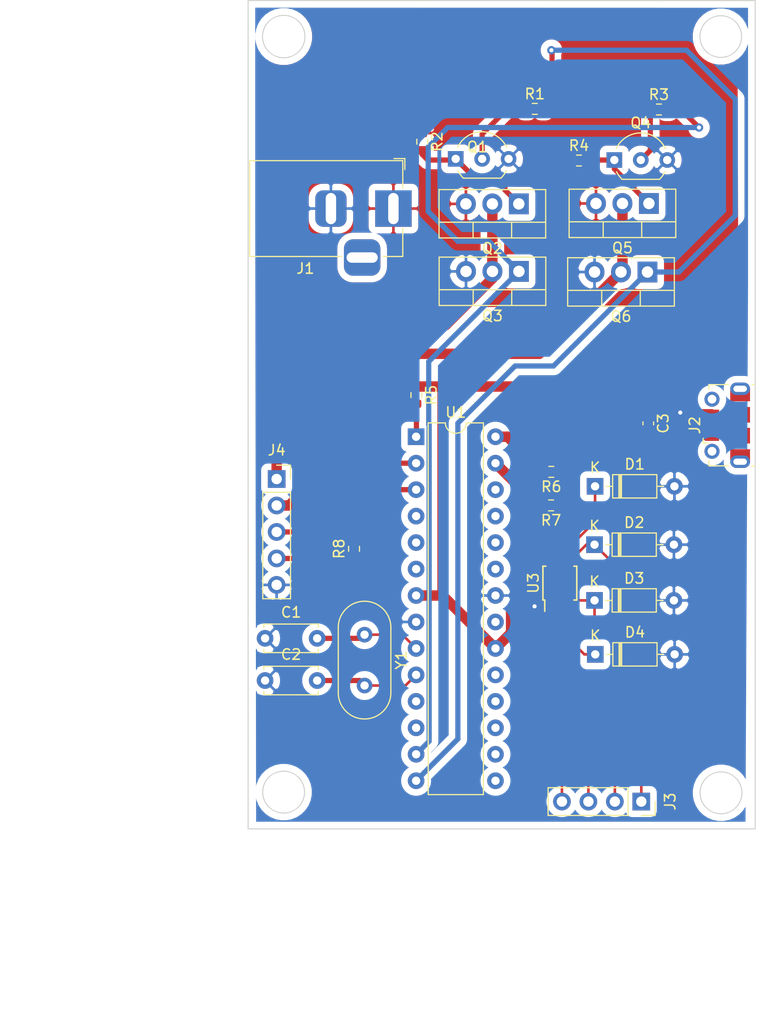
<source format=kicad_pcb>
(kicad_pcb (version 20221018) (generator pcbnew)
  (layers (0 "F.Cu" signal) (31 "B.Cu" signal) (34 "B.Paste" user) (35 "F.Paste" user) (36 "B.SilkS" user "B.Silkscreen") (37 "F.SilkS" user "F.Silkscreen") (38 "B.Mask" user) (39 "F.Mask" user) (44 "Edge.Cuts" user))
  (net 0 "")
  (net 1 "Net-(C1-Pad2)")
  (net 2 "Net-(C2-Pad2)")
  (net 3 "Net-(J2-Pad6)")
  (net 4 "Net-(Q1-Pad1)")
  (net 5 "Net-(Q1-Pad2)")
  (net 6 "Net-(Q4-Pad1)")
  (net 7 "Net-(Q4-Pad2)")
  (net 8 "Net-(R5-Pad2)")
  (net 9 "Net-(R6-Pad2)")
  (net 10 "Net-(R7-Pad2)")
  (net 11 "GND")
  (net 12 "VDD")
  (net 13 "AIN3")
  (net 14 "AIN2")
  (net 15 "AIN1")
  (net 16 "AIN0")
  (net 17 "VPP")
  (net 18 "TX")
  (net 19 "SP")
  (net 20 "SN")
  (net 21 "LOGIC2")
  (net 22 "LOGIC1")
  (net 23 "RX")
  (net 24 "Net-(J4-Pad4)")
  (footprint "Capacitor_THT:C_Disc_D5.0mm_W2.5mm_P5.00mm" (layer "F.Cu") (at 61.66 75.77)
    (fp_text reference "C1" (at 2.5 -2.5) (layer "F.SilkS"))
    (fp_text value "22uF")
    (fp_line (start -0.12 -1.37) (end -0.12 -1.055) (stroke (width 0.12)) (layer "F.SilkS"))
    (fp_line (start -0.12 -1.37) (end 5.12 -1.37) (stroke (width 0.12)) (layer "F.SilkS"))
    (fp_line (start -0.12 1.055) (end -0.12 1.37) (stroke (width 0.12)) (layer "F.SilkS"))
    (fp_line (start -0.12 1.37) (end 5.12 1.37) (stroke (width 0.12)) (layer "F.SilkS"))
    (fp_line (start 5.12 -1.37) (end 5.12 -1.055) (stroke (width 0.12)) (layer "F.SilkS"))
    (fp_line (start 5.12 1.055) (end 5.12 1.37) (stroke (width 0.12)) (layer "F.SilkS"))
    (pad "1" thru_hole circle (at 0 0) (size 1.6 1.6) (drill 0.8) (layers "*.Cu" "*.Mask") (net 11 "GND"))
    (pad "2" thru_hole circle (at 5 0) (size 1.6 1.6) (drill 0.8) (layers "*.Cu" "*.Mask") (net 1 "Net-(C1-Pad2)"))
  )
  (footprint "Capacitor_THT:C_Disc_D5.0mm_W2.5mm_P5.00mm" (layer "F.Cu") (at 61.66 79.82)
    (fp_text reference "C2" (at 2.5 -2.5) (layer "F.SilkS"))
    (fp_text value "22uF")
    (fp_line (start -0.12 -1.37) (end -0.12 -1.055) (stroke (width 0.12)) (layer "F.SilkS"))
    (fp_line (start -0.12 -1.37) (end 5.12 -1.37) (stroke (width 0.12)) (layer "F.SilkS"))
    (fp_line (start -0.12 1.055) (end -0.12 1.37) (stroke (width 0.12)) (layer "F.SilkS"))
    (fp_line (start -0.12 1.37) (end 5.12 1.37) (stroke (width 0.12)) (layer "F.SilkS"))
    (fp_line (start 5.12 -1.37) (end 5.12 -1.055) (stroke (width 0.12)) (layer "F.SilkS"))
    (fp_line (start 5.12 1.055) (end 5.12 1.37) (stroke (width 0.12)) (layer "F.SilkS"))
    (pad "1" thru_hole circle (at 0 0) (size 1.6 1.6) (drill 0.8) (layers "*.Cu" "*.Mask") (net 11 "GND"))
    (pad "2" thru_hole circle (at 5 0) (size 1.6 1.6) (drill 0.8) (layers "*.Cu" "*.Mask") (net 2 "Net-(C2-Pad2)"))
  )
  (footprint "Diode_THT:D_DO-35_SOD27_P7.62mm_Horizontal" (layer "F.Cu") (at 93.34 61.18)
    (fp_text reference "D1" (at 3.81 -2.12) (layer "F.SilkS"))
    (fp_text value "D_Zener")
    (fp_text user "K" (at 0 -1.8) (layer "F.SilkS"))
    (fp_line (start 1.04 0) (end 1.69 0) (stroke (width 0.12)) (layer "F.SilkS"))
    (fp_line (start 1.69 -1.12) (end 1.69 1.12) (stroke (width 0.12)) (layer "F.SilkS"))
    (fp_line (start 1.69 1.12) (end 5.93 1.12) (stroke (width 0.12)) (layer "F.SilkS"))
    (fp_line (start 2.29 -1.12) (end 2.29 1.12) (stroke (width 0.12)) (layer "F.SilkS"))
    (fp_line (start 2.41 -1.12) (end 2.41 1.12) (stroke (width 0.12)) (layer "F.SilkS"))
    (fp_line (start 2.53 -1.12) (end 2.53 1.12) (stroke (width 0.12)) (layer "F.SilkS"))
    (fp_line (start 5.93 -1.12) (end 1.69 -1.12) (stroke (width 0.12)) (layer "F.SilkS"))
    (fp_line (start 5.93 1.12) (end 5.93 -1.12) (stroke (width 0.12)) (layer "F.SilkS"))
    (fp_line (start 6.58 0) (end 5.93 0) (stroke (width 0.12)) (layer "F.SilkS"))
    (pad "1" thru_hole rect (at 0 0) (size 1.6 1.6) (drill 0.8) (layers "*.Cu" "*.Mask") (net 13 "AIN3"))
    (pad "2" thru_hole oval (at 7.62 0) (size 1.6 1.6) (drill 0.8) (layers "*.Cu" "*.Mask") (net 11 "GND"))
  )
  (footprint "Diode_THT:D_DO-35_SOD27_P7.62mm_Horizontal" (layer "F.Cu") (at 93.29 66.78)
    (fp_text reference "D2" (at 3.81 -2.12) (layer "F.SilkS"))
    (fp_text value "D_Zener")
    (fp_text user "K" (at 0 -1.8) (layer "F.SilkS"))
    (fp_line (start 1.04 0) (end 1.69 0) (stroke (width 0.12)) (layer "F.SilkS"))
    (fp_line (start 1.69 -1.12) (end 1.69 1.12) (stroke (width 0.12)) (layer "F.SilkS"))
    (fp_line (start 1.69 1.12) (end 5.93 1.12) (stroke (width 0.12)) (layer "F.SilkS"))
    (fp_line (start 2.29 -1.12) (end 2.29 1.12) (stroke (width 0.12)) (layer "F.SilkS"))
    (fp_line (start 2.41 -1.12) (end 2.41 1.12) (stroke (width 0.12)) (layer "F.SilkS"))
    (fp_line (start 2.53 -1.12) (end 2.53 1.12) (stroke (width 0.12)) (layer "F.SilkS"))
    (fp_line (start 5.93 -1.12) (end 1.69 -1.12) (stroke (width 0.12)) (layer "F.SilkS"))
    (fp_line (start 5.93 1.12) (end 5.93 -1.12) (stroke (width 0.12)) (layer "F.SilkS"))
    (fp_line (start 6.58 0) (end 5.93 0) (stroke (width 0.12)) (layer "F.SilkS"))
    (pad "1" thru_hole rect (at 0 0) (size 1.6 1.6) (drill 0.8) (layers "*.Cu" "*.Mask") (net 14 "AIN2"))
    (pad "2" thru_hole oval (at 7.62 0) (size 1.6 1.6) (drill 0.8) (layers "*.Cu" "*.Mask") (net 11 "GND"))
  )
  (footprint "Diode_THT:D_DO-35_SOD27_P7.62mm_Horizontal" (layer "F.Cu") (at 93.29 72.13)
    (fp_text reference "D3" (at 3.81 -2.12) (layer "F.SilkS"))
    (fp_text value "D_Zener")
    (fp_text user "K" (at 0 -1.8) (layer "F.SilkS"))
    (fp_line (start 1.04 0) (end 1.69 0) (stroke (width 0.12)) (layer "F.SilkS"))
    (fp_line (start 1.69 -1.12) (end 1.69 1.12) (stroke (width 0.12)) (layer "F.SilkS"))
    (fp_line (start 1.69 1.12) (end 5.93 1.12) (stroke (width 0.12)) (layer "F.SilkS"))
    (fp_line (start 2.29 -1.12) (end 2.29 1.12) (stroke (width 0.12)) (layer "F.SilkS"))
    (fp_line (start 2.41 -1.12) (end 2.41 1.12) (stroke (width 0.12)) (layer "F.SilkS"))
    (fp_line (start 2.53 -1.12) (end 2.53 1.12) (stroke (width 0.12)) (layer "F.SilkS"))
    (fp_line (start 5.93 -1.12) (end 1.69 -1.12) (stroke (width 0.12)) (layer "F.SilkS"))
    (fp_line (start 5.93 1.12) (end 5.93 -1.12) (stroke (width 0.12)) (layer "F.SilkS"))
    (fp_line (start 6.58 0) (end 5.93 0) (stroke (width 0.12)) (layer "F.SilkS"))
    (pad "1" thru_hole rect (at 0 0) (size 1.6 1.6) (drill 0.8) (layers "*.Cu" "*.Mask") (net 15 "AIN1"))
    (pad "2" thru_hole oval (at 7.62 0) (size 1.6 1.6) (drill 0.8) (layers "*.Cu" "*.Mask") (net 11 "GND"))
  )
  (footprint "Diode_THT:D_DO-35_SOD27_P7.62mm_Horizontal" (layer "F.Cu") (at 93.36 77.31)
    (fp_text reference "D4" (at 3.81 -2.12) (layer "F.SilkS"))
    (fp_text value "D_Zener")
    (fp_text user "K" (at 0 -1.8) (layer "F.SilkS"))
    (fp_line (start 1.04 0) (end 1.69 0) (stroke (width 0.12)) (layer "F.SilkS"))
    (fp_line (start 1.69 -1.12) (end 1.69 1.12) (stroke (width 0.12)) (layer "F.SilkS"))
    (fp_line (start 1.69 1.12) (end 5.93 1.12) (stroke (width 0.12)) (layer "F.SilkS"))
    (fp_line (start 2.29 -1.12) (end 2.29 1.12) (stroke (width 0.12)) (layer "F.SilkS"))
    (fp_line (start 2.41 -1.12) (end 2.41 1.12) (stroke (width 0.12)) (layer "F.SilkS"))
    (fp_line (start 2.53 -1.12) (end 2.53 1.12) (stroke (width 0.12)) (layer "F.SilkS"))
    (fp_line (start 5.93 -1.12) (end 1.69 -1.12) (stroke (width 0.12)) (layer "F.SilkS"))
    (fp_line (start 5.93 1.12) (end 5.93 -1.12) (stroke (width 0.12)) (layer "F.SilkS"))
    (fp_line (start 6.58 0) (end 5.93 0) (stroke (width 0.12)) (layer "F.SilkS"))
    (pad "1" thru_hole rect (at 0 0) (size 1.6 1.6) (drill 0.8) (layers "*.Cu" "*.Mask") (net 16 "AIN0"))
    (pad "2" thru_hole oval (at 7.62 0) (size 1.6 1.6) (drill 0.8) (layers "*.Cu" "*.Mask") (net 11 "GND"))
  )
  (footprint "Connector_BarrelJack:BarrelJack_Horizontal" (layer "F.Cu") (at 73.98 34.52)
    (fp_text reference "J1" (at -8.45 5.75) (layer "F.SilkS"))
    (fp_text value "Barrel_Jack")
    (fp_line (start -13.8 -4.6) (end 0.9 -4.6) (stroke (width 0.12)) (layer "F.SilkS"))
    (fp_line (start -13.8 4.6) (end -13.8 -4.6) (stroke (width 0.12)) (layer "F.SilkS"))
    (fp_line (start -5 4.6) (end -13.8 4.6) (stroke (width 0.12)) (layer "F.SilkS"))
    (fp_line (start 0.05 -4.8) (end 1.1 -4.8) (stroke (width 0.12)) (layer "F.SilkS"))
    (fp_line (start 0.9 -4.6) (end 0.9 -2) (stroke (width 0.12)) (layer "F.SilkS"))
    (fp_line (start 0.9 1.9) (end 0.9 4.6) (stroke (width 0.12)) (layer "F.SilkS"))
    (fp_line (start 0.9 4.6) (end -1 4.6) (stroke (width 0.12)) (layer "F.SilkS"))
    (fp_line (start 1.1 -3.75) (end 1.1 -4.8) (stroke (width 0.12)) (layer "F.SilkS"))
    (pad "1" thru_hole rect (at 0 0) (size 3.5 3.5) (drill oval 1 3) (layers "*.Cu" "*.Mask") (net 17 "VPP"))
    (pad "2" thru_hole roundrect (at -6 0) (size 3 3.5) (drill oval 1 3) (layers "*.Cu" "*.Mask") (net 11 "GND"))
    (pad "3" thru_hole roundrect (at -3 4.7) (size 3.5 3.5) (drill oval 3 1) (layers "*.Cu" "*.Mask"))
  )
  (footprint "Connector_USB:USB_Micro-B_Molex-105017-0001" (layer "F.Cu") (at 106.03 55.3175 90)
    (fp_text reference "J2" (at 0 -3.1125 90) (layer "F.SilkS"))
    (fp_text value "USB_B_Micro")
    (fp_line (start -3.9 -1.7625) (end -3.45 -1.7625) (stroke (width 0.12)) (layer "F.SilkS"))
    (fp_line (start -3.9 0.0875) (end -3.9 -1.7625) (stroke (width 0.12)) (layer "F.SilkS"))
    (fp_line (start -3.9 2.6375) (end -3.9 2.3875) (stroke (width 0.12)) (layer "F.SilkS"))
    (fp_line (start -1.7 -2.3125) (end -1.7 -1.8625) (stroke (width 0.12)) (layer "F.SilkS"))
    (fp_line (start -1.7 -2.3125) (end -1.25 -2.3125) (stroke (width 0.12)) (layer "F.SilkS"))
    (fp_line (start 3.9 -1.7625) (end 3.45 -1.7625) (stroke (width 0.12)) (layer "F.SilkS"))
    (fp_line (start 3.9 0.0875) (end 3.9 -1.7625) (stroke (width 0.12)) (layer "F.SilkS"))
    (fp_line (start 3.9 2.6375) (end 3.9 2.3875) (stroke (width 0.12)) (layer "F.SilkS"))
    (pad "1" smd rect (at -1.3 -1.4625 90) (size 0.4 1.35) (layers "F.Cu" "F.Paste" "F.Mask") (net 12 "VDD"))
    (pad "2" smd rect (at -0.65 -1.4625 90) (size 0.4 1.35) (layers "F.Cu" "F.Paste" "F.Mask"))
    (pad "3" smd rect (at 0 -1.4625 90) (size 0.4 1.35) (layers "F.Cu" "F.Paste" "F.Mask"))
    (pad "4" smd rect (at 0.65 -1.4625 90) (size 0.4 1.35) (layers "F.Cu" "F.Paste" "F.Mask"))
    (pad "5" smd rect (at 1.3 -1.4625 90) (size 0.4 1.35) (layers "F.Cu" "F.Paste" "F.Mask") (net 11 "GND"))
    (pad "6" thru_hole oval (at -3.5 1.2375 270) (size 1.2 1.9) (drill oval 0.6 1.3) (layers "*.Cu" "*.Mask") (net 3 "Net-(J2-Pad6)"))
    (pad "6" smd rect (at -2.9 1.2375 90) (size 1.2 1.9) (layers "F.Cu" "F.Mask") (net 3 "Net-(J2-Pad6)"))
    (pad "6" thru_hole circle (at -2.5 -1.4625 90) (size 1.45 1.45) (drill 0.85) (layers "*.Cu" "*.Mask") (net 3 "Net-(J2-Pad6)"))
    (pad "6" smd rect (at -1 1.2375 90) (size 1.5 1.9) (layers "F.Cu" "F.Paste" "F.Mask") (net 3 "Net-(J2-Pad6)"))
    (pad "6" smd rect (at 1 1.2375 90) (size 1.5 1.9) (layers "F.Cu" "F.Paste" "F.Mask") (net 3 "Net-(J2-Pad6)"))
    (pad "6" thru_hole circle (at 2.5 -1.4625 90) (size 1.45 1.45) (drill 0.85) (layers "*.Cu" "*.Mask") (net 3 "Net-(J2-Pad6)"))
    (pad "6" smd rect (at 2.9 1.2375 90) (size 1.2 1.9) (layers "F.Cu" "F.Mask") (net 3 "Net-(J2-Pad6)"))
    (pad "6" thru_hole oval (at 3.5 1.2375 90) (size 1.2 1.9) (drill oval 0.6 1.3) (layers "*.Cu" "*.Mask") (net 3 "Net-(J2-Pad6)"))
  )
  (footprint "Package_TO_SOT_THT:TO-92_Inline_Wide" (layer "F.Cu") (at 79.96 29.75)
    (fp_text reference "Q1" (at 2.08 -1.14) (layer "F.SilkS"))
    (fp_text value "BC549")
    (fp_line (start 0.74 1.85) (end 4.34 1.85) (stroke (width 0.12)) (layer "F.SilkS"))
    (fp_arc (start 0.1836 -1.098807) (mid 1.143021 -2.192817) (end 2.54 -2.6) (stroke (width 0.12)) (layer "F.SilkS"))
    (fp_arc (start 0.74 1.85) (mid 0.446097 1.509328) (end 0.215816 1.122795) (stroke (width 0.12)) (layer "F.SilkS"))
    (fp_arc (start 2.54 -2.6) (mid 3.936979 -2.192818) (end 4.8964 -1.098807) (stroke (width 0.12)) (layer "F.SilkS"))
    (fp_arc (start 4.864184 1.122795) (mid 4.633903 1.509328) (end 4.34 1.85) (stroke (width 0.12)) (layer "F.SilkS"))
    (pad "1" thru_hole rect (at 0 0) (size 1.5 1.5) (drill 0.8) (layers "*.Cu" "*.Mask") (net 4 "Net-(Q1-Pad1)"))
    (pad "2" thru_hole circle (at 2.54 0) (size 1.5 1.5) (drill 0.8) (layers "*.Cu" "*.Mask") (net 5 "Net-(Q1-Pad2)"))
    (pad "3" thru_hole circle (at 5.08 0) (size 1.5 1.5) (drill 0.8) (layers "*.Cu" "*.Mask") (net 11 "GND"))
  )
  (footprint "Package_TO_SOT_THT:TO-220-3_Vertical" (layer "F.Cu") (at 86.02 34.07 180)
    (fp_text reference "Q2" (at 2.54 -4.27) (layer "F.SilkS"))
    (fp_text value "IRF9540N")
    (fp_line (start -2.58 -3.27) (end -2.58 1.371) (stroke (width 0.12)) (layer "F.SilkS"))
    (fp_line (start -2.58 -3.27) (end 7.66 -3.27) (stroke (width 0.12)) (layer "F.SilkS"))
    (fp_line (start -2.58 -1.76) (end 7.66 -1.76) (stroke (width 0.12)) (layer "F.SilkS"))
    (fp_line (start -2.58 1.371) (end 7.66 1.371) (stroke (width 0.12)) (layer "F.SilkS"))
    (fp_line (start 0.69 -3.27) (end 0.69 -1.76) (stroke (width 0.12)) (layer "F.SilkS"))
    (fp_line (start 4.391 -3.27) (end 4.391 -1.76) (stroke (width 0.12)) (layer "F.SilkS"))
    (fp_line (start 7.66 -3.27) (end 7.66 1.371) (stroke (width 0.12)) (layer "F.SilkS"))
    (pad "1" thru_hole rect (at 0 0 180) (size 1.905 2) (drill 1.1) (layers "*.Cu" "*.Mask") (net 4 "Net-(Q1-Pad1)"))
    (pad "2" thru_hole oval (at 2.54 0 180) (size 1.905 2) (drill 1.1) (layers "*.Cu" "*.Mask") (net 19 "SP"))
    (pad "3" thru_hole oval (at 5.08 0 180) (size 1.905 2) (drill 1.1) (layers "*.Cu" "*.Mask") (net 17 "VPP"))
  )
  (footprint "Package_TO_SOT_THT:TO-220-3_Vertical" (layer "F.Cu") (at 86.03 40.55 180)
    (fp_text reference "Q3" (at 2.54 -4.27) (layer "F.SilkS"))
    (fp_text value "IRF540N")
    (fp_line (start -2.58 -3.27) (end -2.58 1.371) (stroke (width 0.12)) (layer "F.SilkS"))
    (fp_line (start -2.58 -3.27) (end 7.66 -3.27) (stroke (width 0.12)) (layer "F.SilkS"))
    (fp_line (start -2.58 -1.76) (end 7.66 -1.76) (stroke (width 0.12)) (layer "F.SilkS"))
    (fp_line (start -2.58 1.371) (end 7.66 1.371) (stroke (width 0.12)) (layer "F.SilkS"))
    (fp_line (start 0.69 -3.27) (end 0.69 -1.76) (stroke (width 0.12)) (layer "F.SilkS"))
    (fp_line (start 4.391 -3.27) (end 4.391 -1.76) (stroke (width 0.12)) (layer "F.SilkS"))
    (fp_line (start 7.66 -3.27) (end 7.66 1.371) (stroke (width 0.12)) (layer "F.SilkS"))
    (pad "1" thru_hole rect (at 0 0 180) (size 1.905 2) (drill 1.1) (layers "*.Cu" "*.Mask") (net 21 "LOGIC2"))
    (pad "2" thru_hole oval (at 2.54 0 180) (size 1.905 2) (drill 1.1) (layers "*.Cu" "*.Mask") (net 19 "SP"))
    (pad "3" thru_hole oval (at 5.08 0 180) (size 1.905 2) (drill 1.1) (layers "*.Cu" "*.Mask") (net 11 "GND"))
  )
  (footprint "Package_TO_SOT_THT:TO-92_Inline_Wide" (layer "F.Cu") (at 95.19 29.86)
    (fp_text reference "Q4" (at 2.54 -3.56) (layer "F.SilkS"))
    (fp_text value "BC549")
    (fp_line (start 0.74 1.85) (end 4.34 1.85) (stroke (width 0.12)) (layer "F.SilkS"))
    (fp_arc (start 0.1836 -1.098807) (mid 1.143021 -2.192817) (end 2.54 -2.6) (stroke (width 0.12)) (layer "F.SilkS"))
    (fp_arc (start 0.74 1.85) (mid 0.446097 1.509328) (end 0.215816 1.122795) (stroke (width 0.12)) (layer "F.SilkS"))
    (fp_arc (start 2.54 -2.6) (mid 3.936979 -2.192818) (end 4.8964 -1.098807) (stroke (width 0.12)) (layer "F.SilkS"))
    (fp_arc (start 4.864184 1.122795) (mid 4.633903 1.509328) (end 4.34 1.85) (stroke (width 0.12)) (layer "F.SilkS"))
    (pad "1" thru_hole rect (at 0 0) (size 1.5 1.5) (drill 0.8) (layers "*.Cu" "*.Mask") (net 6 "Net-(Q4-Pad1)"))
    (pad "2" thru_hole circle (at 2.54 0) (size 1.5 1.5) (drill 0.8) (layers "*.Cu" "*.Mask") (net 7 "Net-(Q4-Pad2)"))
    (pad "3" thru_hole circle (at 5.08 0) (size 1.5 1.5) (drill 0.8) (layers "*.Cu" "*.Mask") (net 11 "GND"))
  )
  (footprint "Package_TO_SOT_THT:TO-220-3_Vertical" (layer "F.Cu") (at 98.51 34.03 180)
    (fp_text reference "Q5" (at 2.54 -4.27) (layer "F.SilkS"))
    (fp_text value "IRF9540N")
    (fp_line (start -2.58 -3.27) (end -2.58 1.371) (stroke (width 0.12)) (layer "F.SilkS"))
    (fp_line (start -2.58 -3.27) (end 7.66 -3.27) (stroke (width 0.12)) (layer "F.SilkS"))
    (fp_line (start -2.58 -1.76) (end 7.66 -1.76) (stroke (width 0.12)) (layer "F.SilkS"))
    (fp_line (start -2.58 1.371) (end 7.66 1.371) (stroke (width 0.12)) (layer "F.SilkS"))
    (fp_line (start 0.69 -3.27) (end 0.69 -1.76) (stroke (width 0.12)) (layer "F.SilkS"))
    (fp_line (start 4.391 -3.27) (end 4.391 -1.76) (stroke (width 0.12)) (layer "F.SilkS"))
    (fp_line (start 7.66 -3.27) (end 7.66 1.371) (stroke (width 0.12)) (layer "F.SilkS"))
    (pad "1" thru_hole rect (at 0 0 180) (size 1.905 2) (drill 1.1) (layers "*.Cu" "*.Mask") (net 6 "Net-(Q4-Pad1)"))
    (pad "2" thru_hole oval (at 2.54 0 180) (size 1.905 2) (drill 1.1) (layers "*.Cu" "*.Mask") (net 20 "SN"))
    (pad "3" thru_hole oval (at 5.08 0 180) (size 1.905 2) (drill 1.1) (layers "*.Cu" "*.Mask") (net 17 "VPP"))
  )
  (footprint "Package_TO_SOT_THT:TO-220-3_Vertical" (layer "F.Cu") (at 98.37 40.61 180)
    (fp_text reference "Q6" (at 2.54 -4.27) (layer "F.SilkS"))
    (fp_text value "IRF540N")
    (fp_line (start -2.58 -3.27) (end -2.58 1.371) (stroke (width 0.12)) (layer "F.SilkS"))
    (fp_line (start -2.58 -3.27) (end 7.66 -3.27) (stroke (width 0.12)) (layer "F.SilkS"))
    (fp_line (start -2.58 -1.76) (end 7.66 -1.76) (stroke (width 0.12)) (layer "F.SilkS"))
    (fp_line (start -2.58 1.371) (end 7.66 1.371) (stroke (width 0.12)) (layer "F.SilkS"))
    (fp_line (start 0.69 -3.27) (end 0.69 -1.76) (stroke (width 0.12)) (layer "F.SilkS"))
    (fp_line (start 4.391 -3.27) (end 4.391 -1.76) (stroke (width 0.12)) (layer "F.SilkS"))
    (fp_line (start 7.66 -3.27) (end 7.66 1.371) (stroke (width 0.12)) (layer "F.SilkS"))
    (pad "1" thru_hole rect (at 0 0 180) (size 1.905 2) (drill 1.1) (layers "*.Cu" "*.Mask") (net 22 "LOGIC1"))
    (pad "2" thru_hole oval (at 2.54 0 180) (size 1.905 2) (drill 1.1) (layers "*.Cu" "*.Mask") (net 20 "SN"))
    (pad "3" thru_hole oval (at 5.08 0 180) (size 1.905 2) (drill 1.1) (layers "*.Cu" "*.Mask") (net 11 "GND"))
  )
  (footprint "Resistor_SMD:R_0603_1608Metric" (layer "F.Cu") (at 87.555 24.95)
    (fp_text reference "R1" (at 0 -1.43) (layer "F.SilkS"))
    (fp_text value "1k")
    (fp_line (start -0.237258 -0.5225) (end 0.237258 -0.5225) (stroke (width 0.12)) (layer "F.SilkS"))
    (fp_line (start -0.237258 0.5225) (end 0.237258 0.5225) (stroke (width 0.12)) (layer "F.SilkS"))
    (pad "1" smd roundrect (at -0.825 0) (size 0.8 0.95) (layers "F.Cu" "F.Paste" "F.Mask") (net 5 "Net-(Q1-Pad2)"))
    (pad "2" smd roundrect (at 0.825 0) (size 0.8 0.95) (layers "F.Cu" "F.Paste" "F.Mask") (net 22 "LOGIC1"))
  )
  (footprint "Resistor_SMD:R_0603_1608Metric" (layer "F.Cu") (at 76.75 28.1 -90)
    (fp_text reference "R2" (at 0 -1.43 90) (layer "F.SilkS"))
    (fp_text value "10k")
    (fp_line (start -0.237258 -0.5225) (end 0.237258 -0.5225) (stroke (width 0.12)) (layer "F.SilkS"))
    (fp_line (start -0.237258 0.5225) (end 0.237258 0.5225) (stroke (width 0.12)) (layer "F.SilkS"))
    (pad "1" smd roundrect (at -0.825 0 270) (size 0.8 0.95) (layers "F.Cu" "F.Paste" "F.Mask") (net 17 "VPP"))
    (pad "2" smd roundrect (at 0.825 0 270) (size 0.8 0.95) (layers "F.Cu" "F.Paste" "F.Mask") (net 4 "Net-(Q1-Pad1)"))
  )
  (footprint "Resistor_SMD:R_0603_1608Metric" (layer "F.Cu") (at 99.47 25.01)
    (fp_text reference "R3" (at 0 -1.43) (layer "F.SilkS"))
    (fp_text value "1k")
    (fp_line (start -0.237258 -0.5225) (end 0.237258 -0.5225) (stroke (width 0.12)) (layer "F.SilkS"))
    (fp_line (start -0.237258 0.5225) (end 0.237258 0.5225) (stroke (width 0.12)) (layer "F.SilkS"))
    (pad "1" smd roundrect (at -0.825 0) (size 0.8 0.95) (layers "F.Cu" "F.Paste" "F.Mask") (net 7 "Net-(Q4-Pad2)"))
    (pad "2" smd roundrect (at 0.825 0) (size 0.8 0.95) (layers "F.Cu" "F.Paste" "F.Mask") (net 21 "LOGIC2"))
  )
  (footprint "Resistor_SMD:R_0603_1608Metric" (layer "F.Cu") (at 91.79 29.91)
    (fp_text reference "R4" (at 0 -1.43) (layer "F.SilkS"))
    (fp_text value "10k")
    (fp_line (start -0.237258 -0.5225) (end 0.237258 -0.5225) (stroke (width 0.12)) (layer "F.SilkS"))
    (fp_line (start -0.237258 0.5225) (end 0.237258 0.5225) (stroke (width 0.12)) (layer "F.SilkS"))
    (pad "1" smd roundrect (at -0.825 0) (size 0.8 0.95) (layers "F.Cu" "F.Paste" "F.Mask") (net 17 "VPP"))
    (pad "2" smd roundrect (at 0.825 0) (size 0.8 0.95) (layers "F.Cu" "F.Paste" "F.Mask") (net 6 "Net-(Q4-Pad1)"))
  )
  (footprint "Resistor_SMD:R_0603_1608Metric" (layer "F.Cu") (at 76.19 52.425 -90)
    (fp_text reference "R5" (at 0 -1.43 90) (layer "F.SilkS"))
    (fp_text value "10k")
    (fp_line (start -0.237258 -0.5225) (end 0.237258 -0.5225) (stroke (width 0.12)) (layer "F.SilkS"))
    (fp_line (start -0.237258 0.5225) (end 0.237258 0.5225) (stroke (width 0.12)) (layer "F.SilkS"))
    (pad "1" smd roundrect (at -0.825 0 270) (size 0.8 0.95) (layers "F.Cu" "F.Paste" "F.Mask") (net 12 "VDD"))
    (pad "2" smd roundrect (at 0.825 0 270) (size 0.8 0.95) (layers "F.Cu" "F.Paste" "F.Mask") (net 8 "Net-(R5-Pad2)"))
  )
  (footprint "Resistor_SMD:R_0603_1608Metric" (layer "F.Cu") (at 89.14 59.79 180)
    (fp_text reference "R6" (at 0 -1.43) (layer "F.SilkS"))
    (fp_text value "10k")
    (fp_line (start -0.237258 -0.5225) (end 0.237258 -0.5225) (stroke (width 0.12)) (layer "F.SilkS"))
    (fp_line (start -0.237258 0.5225) (end 0.237258 0.5225) (stroke (width 0.12)) (layer "F.SilkS"))
    (pad "1" smd roundrect (at -0.825 0 180) (size 0.8 0.95) (layers "F.Cu" "F.Paste" "F.Mask") (net 12 "VDD"))
    (pad "2" smd roundrect (at 0.825 0 180) (size 0.8 0.95) (layers "F.Cu" "F.Paste" "F.Mask") (net 9 "Net-(R6-Pad2)"))
  )
  (footprint "Resistor_SMD:R_0603_1608Metric" (layer "F.Cu") (at 89.115 63.01 180)
    (fp_text reference "R7" (at 0 -1.43) (layer "F.SilkS"))
    (fp_text value "10k")
    (fp_line (start -0.237258 -0.5225) (end 0.237258 -0.5225) (stroke (width 0.12)) (layer "F.SilkS"))
    (fp_line (start -0.237258 0.5225) (end 0.237258 0.5225) (stroke (width 0.12)) (layer "F.SilkS"))
    (pad "1" smd roundrect (at -0.825 0 180) (size 0.8 0.95) (layers "F.Cu" "F.Paste" "F.Mask") (net 12 "VDD"))
    (pad "2" smd roundrect (at 0.825 0 180) (size 0.8 0.95) (layers "F.Cu" "F.Paste" "F.Mask") (net 10 "Net-(R7-Pad2)"))
  )
  (footprint "Package_DIP:DIP-28_W7.62mm" (layer "F.Cu") (at 76.16 56.42)
    (fp_text reference "U1" (at 3.81 -2.33) (layer "F.SilkS"))
    (fp_text value "ATmega328-PU")
    (fp_line (start 1.16 -1.33) (end 1.16 34.35) (stroke (width 0.12)) (layer "F.SilkS"))
    (fp_line (start 1.16 34.35) (end 6.46 34.35) (stroke (width 0.12)) (layer "F.SilkS"))
    (fp_line (start 2.81 -1.33) (end 1.16 -1.33) (stroke (width 0.12)) (layer "F.SilkS"))
    (fp_line (start 6.46 -1.33) (end 4.81 -1.33) (stroke (width 0.12)) (layer "F.SilkS"))
    (fp_line (start 6.46 34.35) (end 6.46 -1.33) (stroke (width 0.12)) (layer "F.SilkS"))
    (fp_arc (start 4.81 -1.33) (mid 3.81 -0.33) (end 2.81 -1.33) (stroke (width 0.12)) (layer "F.SilkS"))
    (pad "1" thru_hole rect (at 0 0) (size 1.6 1.6) (drill 0.8) (layers "*.Cu" "*.Mask") (net 8 "Net-(R5-Pad2)"))
    (pad "2" thru_hole oval (at 0 2.54) (size 1.6 1.6) (drill 0.8) (layers "*.Cu" "*.Mask") (net 23 "RX"))
    (pad "3" thru_hole oval (at 0 5.08) (size 1.6 1.6) (drill 0.8) (layers "*.Cu" "*.Mask") (net 18 "TX"))
    (pad "4" thru_hole oval (at 0 7.62) (size 1.6 1.6) (drill 0.8) (layers "*.Cu" "*.Mask"))
    (pad "5" thru_hole oval (at 0 10.16) (size 1.6 1.6) (drill 0.8) (layers "*.Cu" "*.Mask"))
    (pad "6" thru_hole oval (at 0 12.7) (size 1.6 1.6) (drill 0.8) (layers "*.Cu" "*.Mask"))
    (pad "7" thru_hole oval (at 0 15.24) (size 1.6 1.6) (drill 0.8) (layers "*.Cu" "*.Mask") (net 12 "VDD"))
    (pad "8" thru_hole oval (at 0 17.78) (size 1.6 1.6) (drill 0.8) (layers "*.Cu" "*.Mask") (net 11 "GND"))
    (pad "9" thru_hole oval (at 0 20.32) (size 1.6 1.6) (drill 0.8) (layers "*.Cu" "*.Mask") (net 1 "Net-(C1-Pad2)"))
    (pad "10" thru_hole oval (at 0 22.86) (size 1.6 1.6) (drill 0.8) (layers "*.Cu" "*.Mask") (net 2 "Net-(C2-Pad2)"))
    (pad "11" thru_hole oval (at 0 25.4) (size 1.6 1.6) (drill 0.8) (layers "*.Cu" "*.Mask"))
    (pad "12" thru_hole oval (at 0 27.94) (size 1.6 1.6) (drill 0.8) (layers "*.Cu" "*.Mask"))
    (pad "13" thru_hole oval (at 0 30.48) (size 1.6 1.6) (drill 0.8) (layers "*.Cu" "*.Mask") (net 21 "LOGIC2"))
    (pad "14" thru_hole oval (at 0 33.02) (size 1.6 1.6) (drill 0.8) (layers "*.Cu" "*.Mask") (net 22 "LOGIC1"))
    (pad "15" thru_hole oval (at 7.62 33.02) (size 1.6 1.6) (drill 0.8) (layers "*.Cu" "*.Mask"))
    (pad "16" thru_hole oval (at 7.62 30.48) (size 1.6 1.6) (drill 0.8) (layers "*.Cu" "*.Mask"))
    (pad "17" thru_hole oval (at 7.62 27.94) (size 1.6 1.6) (drill 0.8) (layers "*.Cu" "*.Mask"))
    (pad "18" thru_hole oval (at 7.62 25.4) (size 1.6 1.6) (drill 0.8) (layers "*.Cu" "*.Mask"))
    (pad "19" thru_hole oval (at 7.62 22.86) (size 1.6 1.6) (drill 0.8) (layers "*.Cu" "*.Mask"))
    (pad "20" thru_hole oval (at 7.62 20.32) (size 1.6 1.6) (drill 0.8) (layers "*.Cu" "*.Mask") (net 12 "VDD"))
    (pad "21" thru_hole oval (at 7.62 17.78) (size 1.6 1.6) (drill 0.8) (layers "*.Cu" "*.Mask"))
    (pad "22" thru_hole oval (at 7.62 15.24) (size 1.6 1.6) (drill 0.8) (layers "*.Cu" "*.Mask") (net 11 "GND"))
    (pad "23" thru_hole oval (at 7.62 12.7) (size 1.6 1.6) (drill 0.8) (layers "*.Cu" "*.Mask"))
    (pad "24" thru_hole oval (at 7.62 10.16) (size 1.6 1.6) (drill 0.8) (layers "*.Cu" "*.Mask"))
    (pad "25" thru_hole oval (at 7.62 7.62) (size 1.6 1.6) (drill 0.8) (layers "*.Cu" "*.Mask"))
    (pad "26" thru_hole oval (at 7.62 5.08) (size 1.6 1.6) (drill 0.8) (layers "*.Cu" "*.Mask"))
    (pad "27" thru_hole oval (at 7.62 2.54) (size 1.6 1.6) (drill 0.8) (layers "*.Cu" "*.Mask") (net 10 "Net-(R7-Pad2)"))
    (pad "28" thru_hole oval (at 7.62 0) (size 1.6 1.6) (drill 0.8) (layers "*.Cu" "*.Mask") (net 9 "Net-(R6-Pad2)"))
  )
  (footprint "Package_SO:TSSOP-10_3x3mm_P0.5mm" (layer "F.Cu") (at 89.96 70.47 90)
    (fp_text reference "U3" (at 0 -2.55 90) (layer "F.SilkS"))
    (fp_text value "ADS1115IDGS")
    (fp_line (start -1.625 -1.625) (end -1.625 -1.45) (stroke (width 0.15)) (layer "F.SilkS"))
    (fp_line (start -1.625 -1.625) (end 1.625 -1.625) (stroke (width 0.15)) (layer "F.SilkS"))
    (fp_line (start -1.625 -1.45) (end -2.7 -1.45) (stroke (width 0.15)) (layer "F.SilkS"))
    (fp_line (start -1.625 1.625) (end -1.625 1.35) (stroke (width 0.15)) (layer "F.SilkS"))
    (fp_line (start -1.625 1.625) (end 1.625 1.625) (stroke (width 0.15)) (layer "F.SilkS"))
    (fp_line (start 1.625 -1.625) (end 1.625 -1.35) (stroke (width 0.15)) (layer "F.SilkS"))
    (fp_line (start 1.625 1.625) (end 1.625 1.35) (stroke (width 0.15)) (layer "F.SilkS"))
    (pad "1" smd rect (at -2.15 -1 90) (size 1.1 0.25) (layers "F.Cu" "F.Paste" "F.Mask") (net 11 "GND"))
    (pad "2" smd rect (at -2.15 -0.5 90) (size 1.1 0.25) (layers "F.Cu" "F.Paste" "F.Mask"))
    (pad "3" smd rect (at -2.15 0 90) (size 1.1 0.25) (layers "F.Cu" "F.Paste" "F.Mask"))
    (pad "4" smd rect (at -2.15 0.5 90) (size 1.1 0.25) (layers "F.Cu" "F.Paste" "F.Mask") (net 16 "AIN0"))
    (pad "5" smd rect (at -2.15 1 90) (size 1.1 0.25) (layers "F.Cu" "F.Paste" "F.Mask") (net 15 "AIN1"))
    (pad "6" smd rect (at 2.15 1 90) (size 1.1 0.25) (layers "F.Cu" "F.Paste" "F.Mask") (net 14 "AIN2"))
    (pad "7" smd rect (at 2.15 0.5 90) (size 1.1 0.25) (layers "F.Cu" "F.Paste" "F.Mask") (net 13 "AIN3"))
    (pad "8" smd rect (at 2.15 0 90) (size 1.1 0.25) (layers "F.Cu" "F.Paste" "F.Mask") (net 12 "VDD"))
    (pad "9" smd rect (at 2.15 -0.5 90) (size 1.1 0.25) (layers "F.Cu" "F.Paste" "F.Mask") (net 10 "Net-(R7-Pad2)"))
    (pad "10" smd rect (at 2.15 -1 90) (size 1.1 0.25) (layers "F.Cu" "F.Paste" "F.Mask") (net 9 "Net-(R6-Pad2)"))
  )
  (footprint "Crystal:Crystal_HC49-U_Vertical" (layer "F.Cu") (at 71.21 75.42 -90)
    (fp_text reference "Y1" (at 2.44 -3.525 90) (layer "F.SilkS"))
    (fp_text value "16MHz")
    (fp_line (start -0.685 -2.525) (end 5.565 -2.525) (stroke (width 0.12)) (layer "F.SilkS"))
    (fp_line (start -0.685 2.525) (end 5.565 2.525) (stroke (width 0.12)) (layer "F.SilkS"))
    (fp_arc (start -0.685 2.525) (mid -3.21 0) (end -0.685 -2.525) (stroke (width 0.12)) (layer "F.SilkS"))
    (fp_arc (start 5.565 -2.525) (mid 8.09 0) (end 5.565 2.525) (stroke (width 0.12)) (layer "F.SilkS"))
    (pad "1" thru_hole circle (at 0 0 270) (size 1.5 1.5) (drill 0.8) (layers "*.Cu" "*.Mask") (net 1 "Net-(C1-Pad2)"))
    (pad "2" thru_hole circle (at 4.88 0 270) (size 1.5 1.5) (drill 0.8) (layers "*.Cu" "*.Mask") (net 2 "Net-(C2-Pad2)"))
  )
  (footprint "Capacitor_SMD:C_0603_1608Metric" (layer "F.Cu") (at 98.45 55.14 -90)
    (fp_text reference "C3" (at 0 -1.43 90) (layer "F.SilkS"))
    (fp_text value "100nF")
    (fp_line (start -0.14058 -0.51) (end 0.14058 -0.51) (stroke (width 0.12)) (layer "F.SilkS"))
    (fp_line (start -0.14058 0.51) (end 0.14058 0.51) (stroke (width 0.12)) (layer "F.SilkS"))
    (pad "1" smd roundrect (at -0.775 0 270) (size 0.9 0.95) (layers "F.Cu" "F.Paste" "F.Mask") (net 11 "GND"))
    (pad "2" smd roundrect (at 0.775 0 270) (size 0.9 0.95) (layers "F.Cu" "F.Paste" "F.Mask") (net 12 "VDD"))
  )
  (footprint "Resistor_SMD:R_0603_1608Metric" (layer "F.Cu") (at 70.2 67.175 90)
    (fp_text reference "R8" (at 0 -1.43 90) (layer "F.SilkS"))
    (fp_text value "1k")
    (fp_line (start -0.237258 -0.5225) (end 0.237258 -0.5225) (stroke (width 0.12)) (layer "F.SilkS"))
    (fp_line (start -0.237258 0.5225) (end 0.237258 0.5225) (stroke (width 0.12)) (layer "F.SilkS"))
    (pad "1" smd roundrect (at -0.825 0 90) (size 0.8 0.95) (layers "F.Cu" "F.Paste" "F.Mask") (net 24 "Net-(J4-Pad4)"))
    (pad "2" smd roundrect (at 0.825 0 90) (size 0.8 0.95) (layers "F.Cu" "F.Paste" "F.Mask") (net 18 "TX"))
  )
  (footprint "Connector_PinSocket_2.54mm:PinSocket_1x04_P2.54mm_Vertical" (layer "F.Cu") (at 97.78 91.44 -90)
    (fp_text reference "J3" (at 0 -2.77 90) (layer "F.SilkS"))
    (fp_text value "Conn_01x04_Female")
    (fp_line (start -1.33 1.27) (end -1.33 8.95) (stroke (width 0.12)) (layer "F.SilkS"))
    (fp_line (start -1.33 1.27) (end 1.33 1.27) (stroke (width 0.12)) (layer "F.SilkS"))
    (fp_line (start -1.33 8.95) (end 1.33 8.95) (stroke (width 0.12)) (layer "F.SilkS"))
    (fp_line (start 0 -1.33) (end 1.33 -1.33) (stroke (width 0.12)) (layer "F.SilkS"))
    (fp_line (start 1.33 -1.33) (end 1.33 0) (stroke (width 0.12)) (layer "F.SilkS"))
    (fp_line (start 1.33 1.27) (end 1.33 8.95) (stroke (width 0.12)) (layer "F.SilkS"))
    (pad "1" thru_hole rect (at 0 0 270) (size 1.7 1.7) (drill 1) (layers "*.Cu" "*.Mask") (net 13 "AIN3"))
    (pad "2" thru_hole oval (at 0 2.54 270) (size 1.7 1.7) (drill 1) (layers "*.Cu" "*.Mask") (net 14 "AIN2"))
    (pad "3" thru_hole oval (at 0 5.08 270) (size 1.7 1.7) (drill 1) (layers "*.Cu" "*.Mask") (net 15 "AIN1"))
    (pad "4" thru_hole oval (at 0 7.62 270) (size 1.7 1.7) (drill 1) (layers "*.Cu" "*.Mask") (net 16 "AIN0"))
  )
  (footprint "Connector_PinSocket_2.54mm:PinSocket_1x05_P2.54mm_Vertical" (layer "F.Cu") (at 62.77 60.48)
    (fp_text reference "J4" (at 0 -2.77) (layer "F.SilkS"))
    (fp_text value "Conn_01x05_Female")
    (fp_line (start -1.33 1.27) (end -1.33 11.49) (stroke (width 0.12)) (layer "F.SilkS"))
    (fp_line (start -1.33 1.27) (end 1.33 1.27) (stroke (width 0.12)) (layer "F.SilkS"))
    (fp_line (start -1.33 11.49) (end 1.33 11.49) (stroke (width 0.12)) (layer "F.SilkS"))
    (fp_line (start 0 -1.33) (end 1.33 -1.33) (stroke (width 0.12)) (layer "F.SilkS"))
    (fp_line (start 1.33 -1.33) (end 1.33 0) (stroke (width 0.12)) (layer "F.SilkS"))
    (fp_line (start 1.33 1.27) (end 1.33 11.49) (stroke (width 0.12)) (layer "F.SilkS"))
    (pad "1" thru_hole rect (at 0 0) (size 1.7 1.7) (drill 1) (layers "*.Cu" "*.Mask") (net 19 "SP"))
    (pad "2" thru_hole oval (at 0 2.54) (size 1.7 1.7) (drill 1) (layers "*.Cu" "*.Mask") (net 20 "SN"))
    (pad "3" thru_hole oval (at 0 5.08) (size 1.7 1.7) (drill 1) (layers "*.Cu" "*.Mask") (net 23 "RX"))
    (pad "4" thru_hole oval (at 0 7.62) (size 1.7 1.7) (drill 1) (layers "*.Cu" "*.Mask") (net 24 "Net-(J4-Pad4)"))
    (pad "5" thru_hole oval (at 0 10.16) (size 1.7 1.7) (drill 1) (layers "*.Cu" "*.Mask") (net 11 "GND"))
  )
  (gr_circle (center 63.44 90.53) (end 61.82 91.72) (stroke (width 0.1)) (fill none) (layer "Edge.Cuts"))
  (gr_circle (center 63.45 18.01) (end 62.2 16.4) (stroke (width 0.1)) (fill none) (layer "Edge.Cuts"))
  (gr_line (start 108.71 14.56) (end 108.71 94.06) (stroke (width 0.1)) (layer "Edge.Cuts"))
  (gr_line (start 60.03 14.55) (end 60.03 94.06) (stroke (width 0.1)) (layer "Edge.Cuts"))
  (gr_line (start 108.71 14.56) (end 60.03 14.55) (stroke (width 0.1)) (layer "Edge.Cuts"))
  (gr_circle (center 105.43 90.6) (end 106.98 91.88) (stroke (width 0.1)) (fill none) (layer "Edge.Cuts"))
  (gr_circle (center 105.41 18.01) (end 106.6 16.4) (stroke (width 0.1)) (fill none) (layer "Edge.Cuts"))
  (gr_line (start 60.03 94.06) (end 108.71 94.06) (stroke (width 0.1)) (layer "Edge.Cuts"))
  (segment (start 75.85 76.43) (end 76.16 76.74) (width 0.5) (layer "F.Cu") (net 1))
  (segment (start 66.66 75.77) (end 70.86 75.77) (width 0.5) (layer "F.Cu") (net 1))
  (segment (start 70.86 75.77) (end 71.21 75.42) (width 0.5) (layer "F.Cu") (net 1))
  (segment (start 71.21 75.42) (end 74.84 75.42) (width 0.25) (layer "F.Cu") (net 1))
  (segment (start 74.84 75.42) (end 76.16 76.74) (width 0.25) (layer "F.Cu") (net 1))
  (segment (start 71.21 80.3) (end 75.14 80.3) (width 0.25) (layer "F.Cu") (net 2))
  (segment (start 66.66 79.82) (end 70.73 79.82) (width 0.5) (layer "F.Cu") (net 2))
  (segment (start 75.14 80.3) (end 76.16 79.28) (width 0.25) (layer "F.Cu") (net 2))
  (segment (start 70.73 79.82) (end 71.21 80.3) (width 0.5) (layer "F.Cu") (net 2))
  (segment (start 84.69 31.9) (end 84.69 32.74) (width 0.5) (layer "F.Cu") (net 4))
  (segment (start 84.69 32.74) (end 86.02 34.07) (width 0.5) (layer "F.Cu") (net 4))
  (segment (start 76.75 29.33) (end 77.28 29.86) (width 0.5) (layer "F.Cu") (net 4))
  (segment (start 76.75 28.925) (end 76.75 29.33) (width 0.5) (layer "F.Cu") (net 4))
  (segment (start 79.96 29.75) (end 82.11 31.9) (width 0.5) (layer "F.Cu") (net 4))
  (segment (start 82.11 31.9) (end 84.69 31.9) (width 0.5) (layer "F.Cu") (net 4))
  (segment (start 77.28 29.86) (end 79.85 29.86) (width 0.5) (layer "F.Cu") (net 4))
  (segment (start 82.5 29.75) (end 82.5 27.37) (width 0.5) (layer "F.Cu") (net 5))
  (segment (start 84.92 24.95) (end 86.73 24.95) (width 0.5) (layer "F.Cu") (net 5))
  (segment (start 82.5 27.37) (end 84.92 24.95) (width 0.5) (layer "F.Cu") (net 5))
  (segment (start 95.19 29.86) (end 95.19 30.71) (width 0.5) (layer "F.Cu") (net 6))
  (segment (start 95.19 29.86) (end 92.665 29.86) (width 0.5) (layer "F.Cu") (net 6))
  (segment (start 92.665 29.86) (end 92.615 29.91) (width 0.5) (layer "F.Cu") (net 6))
  (segment (start 95.19 30.71) (end 98.51 34.03) (width 0.5) (layer "F.Cu") (net 6))
  (segment (start 98.645 25.01) (end 98.645 25.095) (width 0.5) (layer "F.Cu") (net 7))
  (segment (start 98.645 25.01) (end 98.645 28.945) (width 0.5) (layer "F.Cu") (net 7))
  (segment (start 98.645 28.945) (end 97.73 29.86) (width 0.5) (layer "F.Cu") (net 7))
  (segment (start 76.19 56.39) (end 76.16 56.42) (width 0.5) (layer "F.Cu") (net 8))
  (segment (start 76.19 53.25) (end 76.19 56.39) (width 0.5) (layer "F.Cu") (net 8))
  (segment (start 84.945 56.42) (end 88.315 59.79) (width 1) (layer "F.Cu") (net 9))
  (segment (start 89.01501 63.502468) (end 89.01501 60.49001) (width 0.25) (layer "F.Cu") (net 9))
  (segment (start 88.96 63.557478) (end 89.01501 63.502468) (width 0.25) (layer "F.Cu") (net 9))
  (segment (start 88.96 68.32) (end 88.96 63.557478) (width 0.25) (layer "F.Cu") (net 9))
  (segment (start 88.01 59.79) (end 88.315 59.79) (width 0.25) (layer "F.Cu") (net 9))
  (segment (start 83.78 56.42) (end 84.945 56.42) (width 1) (layer "F.Cu") (net 9))
  (segment (start 89.01501 60.49001) (end 88.315 59.79) (width 0.25) (layer "F.Cu") (net 9))
  (segment (start 89.384999 69.195001) (end 89.46 69.12) (width 0.25) (layer "F.Cu") (net 10))
  (segment (start 83.78 58.96) (end 87.83 63.01) (width 1) (layer "F.Cu") (net 10))
  (segment (start 87.83 63.01) (end 88.19 63.01) (width 1) (layer "F.Cu") (net 10))
  (segment (start 86.804999 64.495001) (end 86.804999 67.425001) (width 0.25) (layer "F.Cu") (net 10))
  (segment (start 89.46 69.12) (end 89.46 68.32) (width 0.25) (layer "F.Cu") (net 10))
  (segment (start 88.29 62.61) (end 88.29 63.01) (width 0.25) (layer "F.Cu") (net 10))
  (segment (start 86.804999 67.425001) (end 88.574999 69.195001) (width 0.25) (layer "F.Cu") (net 10))
  (segment (start 88.574999 69.195001) (end 89.384999 69.195001) (width 0.25) (layer "F.Cu") (net 10))
  (segment (start 88.29 63.01) (end 86.804999 64.495001) (width 0.25) (layer "F.Cu") (net 10))
  (segment (start 87.53 72.7) (end 88.804999 72.7) (width 0.5) (layer "F.Cu") (net 11))
  (segment (start 98.715 54.1) (end 98.45 54.365) (width 0.5) (layer "F.Cu") (net 11))
  (segment (start 101.6025 54.0175) (end 101.52 54.1) (width 0.5) (layer "F.Cu") (net 11))
  (segment (start 88.804999 72.7) (end 88.884999 72.62) (width 0.5) (layer "F.Cu") (net 11))
  (segment (start 104.5675 54.0175) (end 101.6025 54.0175) (width 0.5) (layer "F.Cu") (net 11))
  (segment (start 101.52 54.1) (end 98.715 54.1) (width 0.5) (layer "F.Cu") (net 11))
  (via (at 87.53 72.7) (size 0.8) (drill 0.4) (layers "F.Cu" "B.Cu") (net 11))
  (via (at 101.52 54.1) (size 0.8) (drill 0.4) (layers "F.Cu" "B.Cu") (net 11))
  (segment (start 104.5675 56.6175) (end 101.9925 56.6175) (width 0.25) (layer "F.Cu") (net 12))
  (segment (start 89.96 66.51) (end 89.96 65.87) (width 0.5) (layer "F.Cu") (net 12))
  (segment (start 87.917992 70.522008) (end 88.192008 70.522008) (width 1) (layer "F.Cu") (net 12))
  (segment (start 85.280001 73.159999) (end 87.917992 70.522008) (width 1) (layer "F.Cu") (net 12))
  (segment (start 88.192008 70.522008) (end 89.2714 70.522008) (width 0.25) (layer "F.Cu") (net 12))
  (segment (start 89.96 68.32) (end 89.96 65.87) (width 0.25) (layer "F.Cu") (net 12))
  (segment (start 89.96 65.87) (end 89.96 63.03) (width 0.5) (layer "F.Cu") (net 12))
  (segment (start 89.96 68.32) (end 89.96 69.833408) (width 0.25) (layer "F.Cu") (net 12))
  (segment (start 83.78 76.74) (end 85.280001 75.239999) (width 1) (layer "F.Cu") (net 12))
  (segment (start 98.216836 55.915) (end 98.45 55.915) (width 1) (layer "F.Cu") (net 12))
  (segment (start 98.45 56.25) (end 98.8175 56.6175) (width 0.5) (layer "F.Cu") (net 12))
  (segment (start 85.280001 75.239999) (end 85.280001 73.159999) (width 1) (layer "F.Cu") (net 12))
  (segment (start 89.94 59.815) (end 89.965 59.79) (width 0.5) (layer "F.Cu") (net 12))
  (segment (start 78.7 71.66) (end 83.78 76.74) (width 1) (layer "F.Cu") (net 12))
  (segment (start 89.96 63.03) (end 89.94 63.01) (width 0.5) (layer "F.Cu") (net 12))
  (segment (start 89.2714 70.522008) (end 89.96 69.833408) (width 0.25) (layer "F.Cu") (net 12))
  (segment (start 98.45 55.915) (end 98.45 56.25) (width 0.5) (layer "F.Cu") (net 12))
  (segment (start 78.7 51.62) (end 78.68 51.6) (width 1) (layer "F.Cu") (net 12))
  (segment (start 78.68 51.6) (end 93.901836 51.6) (width 1) (layer "F.Cu") (net 12))
  (segment (start 76.16 71.66) (end 78.7 71.66) (width 1) (layer "F.Cu") (net 12))
  (segment (start 89.94 63.01) (end 89.94 59.815) (width 0.5) (layer "F.Cu") (net 12))
  (segment (start 88.07999 70.522008) (end 88.192008 70.522008) (width 0.25) (layer "F.Cu") (net 12))
  (segment (start 93.901836 51.6) (end 98.216836 55.915) (width 1) (layer "F.Cu") (net 12))
  (segment (start 78.7 71.66) (end 78.7 51.62) (width 1) (layer "F.Cu") (net 12))
  (segment (start 76.19 51.6) (end 78.68 51.6) (width 1) (layer "F.Cu") (net 12))
  (segment (start 98.8175 56.6175) (end 101.9925 56.6175) (width 0.5) (layer "F.Cu") (net 12))
  (segment (start 97.78 87.42) (end 98.75 86.45) (width 0.25) (layer "F.Cu") (net 13))
  (segment (start 98.75 86.45) (end 98.75 78.35) (width 0.25) (layer "F.Cu") (net 13))
  (segment (start 93.34 64.16) (end 93.34 61.18) (width 0.25) (layer "F.Cu") (net 13))
  (segment (start 98.75 78.35) (end 98.75 69.57) (width 0.25) (layer "F.Cu") (net 13))
  (segment (start 90.46 67.898184) (end 90.459993 67.898177) (width 0.25) (layer "F.Cu") (net 13))
  (segment (start 93.34 64.544998) (end 93.34 64.16) (width 0.25) (layer "F.Cu") (net 13))
  (segment (start 90.46 68.32) (end 90.46 67.424998) (width 0.25) (layer "F.Cu") (net 13))
  (segment (start 90.46 68.32) (end 90.46 67.898184) (width 0.25) (layer "F.Cu") (net 13))
  (segment (start 90.46 67.424998) (end 93.34 64.544998) (width 0.25) (layer "F.Cu") (net 13))
  (segment (start 98.75 78.72) (end 98.75 78.35) (width 0.25) (layer "F.Cu") (net 13))
  (segment (start 98.75 69.57) (end 93.34 64.16) (width 0.25) (layer "F.Cu") (net 13))
  (segment (start 97.78 91.44) (end 97.78 87.42) (width 0.25) (layer "F.Cu") (net 13))
  (segment (start 95.24 91.44) (end 95.24 86.76) (width 0.25) (layer "F.Cu") (net 14))
  (segment (start 97.3 70.79) (end 93.29 66.78) (width 0.25) (layer "F.Cu") (net 14))
  (segment (start 97.3 84.7) (end 97.3 70.79) (width 0.25) (layer "F.Cu") (net 14))
  (segment (start 92.5 66.78) (end 90.96 68.32) (width 0.25) (layer "F.Cu") (net 14))
  (segment (start 95.24 86.76) (end 97.3 84.7) (width 0.25) (layer "F.Cu") (net 14))
  (segment (start 93.29 66.78) (end 92.5 66.78) (width 0.25) (layer "F.Cu") (net 14))
  (segment (start 91.45 72.13) (end 90.96 72.62) (width 0.25) (layer "F.Cu") (net 15))
  (segment (start 93.29 72.13) (end 91.45 72.13) (width 0.25) (layer "F.Cu") (net 15))
  (segment (start 93.29 73.76) (end 95.78 76.25) (width 0.25) (layer "F.Cu") (net 15))
  (segment (start 92.7 91.44) (end 92.7 84.7) (width 0.25) (layer "F.Cu") (net 15))
  (segment (start 92.7 84.7) (end 95.78 81.62) (width 0.25) (layer "F.Cu") (net 15))
  (segment (start 95.78 81.62) (end 95.78 76.25) (width 0.25) (layer "F.Cu") (net 15))
  (segment (start 93.29 72.13) (end 93.29 73.76) (width 0.25) (layer "F.Cu") (net 15))
  (segment (start 92.31 77.31) (end 93.36 77.31) (width 0.25) (layer "F.Cu") (net 16))
  (segment (start 90.46 75.46) (end 92.31 77.31) (width 0.25) (layer "F.Cu") (net 16))
  (segment (start 90.16 91.44) (end 90.16 75.76) (width 0.25) (layer "F.Cu") (net 16))
  (segment (start 90.16 75.76) (end 90.46 75.46) (width 0.25) (layer "F.Cu") (net 16))
  (segment (start 90.46 72.62) (end 90.46 75.46) (width 0.25) (layer "F.Cu") (net 16))
  (segment (start 70.2 66.35) (end 70.2 63.6) (width 0.5) (layer "F.Cu") (net 18))
  (segment (start 70.2 63.6) (end 72.3 61.5) (width 0.5) (layer "F.Cu") (net 18))
  (segment (start 72.3 61.5) (end 76.16 61.5) (width 0.5) (layer "F.Cu") (net 18))
  (segment (start 62.77 54.73) (end 62.77 60.48) (width 1) (layer "F.Cu") (net 19))
  (segment (start 79.012502 45.7) (end 71.8 45.7) (width 1) (layer "F.Cu") (net 19))
  (segment (start 83.49 40.55) (end 83.49 41.222502) (width 1) (layer "F.Cu") (net 19))
  (segment (start 83.49 41.222502) (end 79.012502 45.7) (width 1) (layer "F.Cu") (net 19))
  (segment (start 83.48 34.07) (end 83.48 40.54) (width 1) (layer "F.Cu") (net 19))
  (segment (start 71.8 45.7) (end 62.77 54.73) (width 1) (layer "F.Cu") (net 19))
  (segment (start 83.48 40.54) (end 83.49 40.55) (width 1) (layer "F.Cu") (net 19))
  (segment (start 95.97 40.47) (end 95.83 40.61) (width 1) (layer "F.Cu") (net 20))
  (segment (start 95.83 40.61) (end 87.98 48.46) (width 1) (layer "F.Cu") (net 20))
  (segment (start 95.83 40.852192) (end 95.83 40.61) (width 1) (layer "F.Cu") (net 20))
  (segment (start 62.77 63.02) (end 63.022192 63.02) (width 1) (layer "F.Cu") (net 20))
  (segment (start 73.01 48.46) (end 65.96 55.51) (width 1) (layer "F.Cu") (net 20))
  (segment (start 63.972081 63.02) (end 62.77 63.02) (width 1) (layer "F.Cu") (net 20))
  (segment (start 65.96 61.032081) (end 63.972081 63.02) (width 1) (layer "F.Cu") (net 20))
  (segment (start 65.96 55.51) (end 65.96 61.032081) (width 1) (layer "F.Cu") (net 20))
  (segment (start 87.98 48.46) (end 73.01 48.46) (width 1) (layer "F.Cu") (net 20))
  (segment (start 95.97 34.03) (end 95.97 40.47) (width 1) (layer "F.Cu") (net 20))
  (segment (start 101.59 25.01) (end 103.32 26.74) (width 0.5) (layer "F.Cu") (net 21))
  (segment (start 100.23 24.945) (end 100.295 25.01) (width 0.5) (layer "F.Cu") (net 21))
  (segment (start 100.295 25.01) (end 101.59 25.01) (width 0.5) (layer "F.Cu") (net 21))
  (via (at 103.32 26.74) (size 0.8) (drill 0.4) (layers "F.Cu" "B.Cu") (net 21))
  (segment (start 79.19 26.74) (end 83.941998 26.74) (width 0.5) (layer "B.Cu") (net 21))
  (segment (start 77.32 34.8) (end 77.32 28.61) (width 0.5) (layer "B.Cu") (net 21))
  (segment (start 77.32 28.61) (end 79.19 26.74) (width 0.5) (layer "B.Cu") (net 21))
  (segment (start 84.57999 39.09999) (end 84.57999 39.07999) (width 0.5) (layer "B.Cu") (net 21))
  (segment (start 86.03 40.55) (end 84.57999 39.09999) (width 0.5) (layer "B.Cu") (net 21))
  (segment (start 103.32 26.74) (end 83.941998 26.74) (width 0.5) (layer "B.Cu") (net 21))
  (segment (start 77.370001 55.219999) (end 77.410001 55.259999) (width 0.5) (layer "B.Cu") (net 21))
  (segment (start 83.16 37.66) (end 80.18 37.66) (width 0.5) (layer "B.Cu") (net 21))
  (segment (start 77.370001 49.209999) (end 86.03 40.55) (width 0.5) (layer "B.Cu") (net 21))
  (segment (start 76.16 86.9) (end 77.410001 85.649999) (width 0.5) (layer "B.Cu") (net 21))
  (segment (start 80.18 37.66) (end 77.32 34.8) (width 0.5) (layer "B.Cu") (net 21))
  (segment (start 77.410001 55.259999) (end 77.410001 85.649999) (width 0.5) (layer "B.Cu") (net 21))
  (segment (start 77.370001 49.209999) (end 77.370001 55.219999) (width 0.5) (layer "B.Cu") (net 21))
  (segment (start 84.57999 39.07999) (end 83.16 37.66) (width 0.5) (layer "B.Cu") (net 21))
  (segment (start 89.21 24.12) (end 89.21 19.38) (width 0.5) (layer "F.Cu") (net 22))
  (segment (start 89.21 19.38) (end 89.15 19.32) (width 0.5) (layer "F.Cu") (net 22))
  (segment (start 89.21 24.12) (end 88.38 24.95) (width 0.5) (layer "F.Cu") (net 22))
  (via (at 89.15 19.32) (size 0.8) (drill 0.4) (layers "F.Cu" "B.Cu") (net 22))
  (segment (start 80.17 85.43) (end 80.17 55.12) (width 0.5) (layer "B.Cu") (net 22))
  (segment (start 76.16 89.44) (end 80.17 85.43) (width 0.5) (layer "B.Cu") (net 22))
  (segment (start 80.17 55.12) (end 85.66 49.63) (width 0.5) (layer "B.Cu") (net 22))
  (segment (start 85.66 49.63) (end 89.35 49.63) (width 0.5) (layer "B.Cu") (net 22))
  (segment (start 106.8 35.2) (end 101.39 40.61) (width 0.5) (layer "B.Cu") (net 22))
  (segment (start 101.39 40.61) (end 98.37 40.61) (width 0.5) (layer "B.Cu") (net 22))
  (segment (start 97.664999 41.315001) (end 98.37 40.61) (width 0.5) (layer "B.Cu") (net 22))
  (segment (start 89.15 19.32) (end 102.12 19.32) (width 0.5) (layer "B.Cu") (net 22))
  (segment (start 106.8 24) (end 106.8 35.2) (width 0.5) (layer "B.Cu") (net 22))
  (segment (start 89.35 49.63) (end 98.37 40.61) (width 0.5) (layer "B.Cu") (net 22))
  (segment (start 102.12 19.32) (end 106.8 24) (width 0.5) (layer "B.Cu") (net 22))
  (segment (start 65.44 65.56) (end 72.04 58.96) (width 0.5) (layer "F.Cu") (net 23))
  (segment (start 72.04 58.96) (end 76.16 58.96) (width 0.5) (layer "F.Cu") (net 23))
  (segment (start 62.77 65.56) (end 65.44 65.56) (width 0.5) (layer "F.Cu") (net 23))
  (segment (start 75.925 59.195) (end 76.16 58.96) (width 0.5) (layer "F.Cu") (net 23))
  (segment (start 70.1 68.1) (end 70.2 68) (width 0.5) (layer "F.Cu") (net 24))
  (segment (start 62.77 68.1) (end 70.1 68.1) (width 0.5) (layer "F.Cu") (net 24))
  (zone (net 17) (net_name "VPP") (layer "F.Cu") (connect_pads (clearance 0.508)) (min_thickness 0.254) (fill yes (thermal_gap 0.508) (thermal_bridge_width 0.508))
    (polygon (pts (xy 107.226517 44.053083) (xy 61.473484 44.146917) (xy 61.663034 15.696167) (xy 107.13 15.55)))
  )
  (zone (net 11) (net_name "GND") (layer "B.Cu") (connect_pads (clearance 0.508)) (min_thickness 0.254) (fill yes (thermal_gap 0.508) (thermal_bridge_width 0.508))
    (polygon (pts (xy 107.906094 94.062032) (xy 60.673906 93.857969) (xy 60.56 15.04) (xy 108.28 15.02)))
  )
)
</source>
